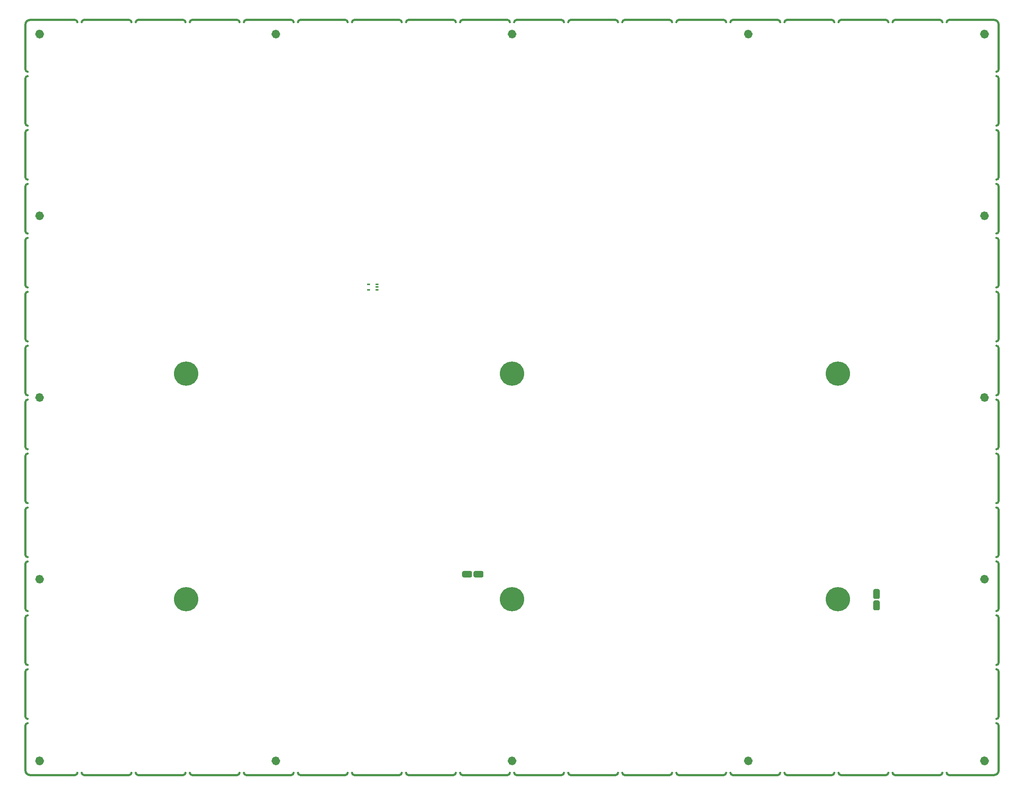
<source format=gtp>
G04 #@! TF.GenerationSoftware,KiCad,Pcbnew,7.0.7-7.0.7~ubuntu23.04.1*
G04 #@! TF.CreationDate,2023-09-10T12:56:42+00:00*
G04 #@! TF.ProjectId,stencil,7374656e-6369-46c2-9e6b-696361645f70,2.1.0*
G04 #@! TF.SameCoordinates,Original*
G04 #@! TF.FileFunction,Paste,Top*
G04 #@! TF.FilePolarity,Positive*
%FSLAX46Y46*%
G04 Gerber Fmt 4.6, Leading zero omitted, Abs format (unit mm)*
G04 Created by KiCad (PCBNEW 7.0.7-7.0.7~ubuntu23.04.1) date 2023-09-10 12:56:42*
%MOMM*%
%LPD*%
G01*
G04 APERTURE LIST*
G04 Aperture macros list*
%AMRoundRect*
0 Rectangle with rounded corners*
0 $1 Rounding radius*
0 $2 $3 $4 $5 $6 $7 $8 $9 X,Y pos of 4 corners*
0 Add a 4 corners polygon primitive as box body*
4,1,4,$2,$3,$4,$5,$6,$7,$8,$9,$2,$3,0*
0 Add four circle primitives for the rounded corners*
1,1,$1+$1,$2,$3*
1,1,$1+$1,$4,$5*
1,1,$1+$1,$6,$7*
1,1,$1+$1,$8,$9*
0 Add four rect primitives between the rounded corners*
20,1,$1+$1,$2,$3,$4,$5,0*
20,1,$1+$1,$4,$5,$6,$7,0*
20,1,$1+$1,$6,$7,$8,$9,0*
20,1,$1+$1,$8,$9,$2,$3,0*%
G04 Aperture macros list end*
%ADD10C,0.500000*%
%ADD11C,1.000000*%
%ADD12C,1.050000*%
%ADD13C,5.600000*%
%ADD14RoundRect,0.381000X-0.762000X-0.381000X0.762000X-0.381000X0.762000X0.381000X-0.762000X0.381000X0*%
%ADD15R,0.650000X0.400000*%
%ADD16RoundRect,0.381000X-0.381000X0.762000X-0.381000X-0.762000X0.381000X-0.762000X0.381000X0.762000X0*%
G04 APERTURE END LIST*
D10*
X196500000Y90285700D02*
G75*
G03*
X197000000Y90785716I0J500000D01*
G01*
X-26500000Y-22571423D02*
G75*
G03*
X-27000000Y-23071423I1J-500001D01*
G01*
X110888884Y139500016D02*
G75*
G03*
X110388884Y139000000I16J-500016D01*
G01*
X196500000Y65428600D02*
G75*
G03*
X197000000Y65928574I0J500000D01*
G01*
X196500000Y127571400D02*
G75*
G03*
X197000000Y128071429I0J500000D01*
G01*
X11333332Y-34500000D02*
X21777776Y-34500000D01*
X73555552Y139500000D02*
X83999996Y139500000D01*
X173111104Y139499996D02*
G75*
G03*
X172611104Y139000000I-4J-499996D01*
G01*
X-27000000Y138500000D02*
X-27000000Y128071429D01*
X-1111112Y139500012D02*
G75*
G03*
X-1611112Y139000000I12J-500012D01*
G01*
X-1611100Y-34000000D02*
G75*
G03*
X-1111112Y-34500000I500000J0D01*
G01*
X160666660Y139500040D02*
G75*
G03*
X160166660Y139000000I40J-500040D01*
G01*
X-27000000Y3785719D02*
G75*
G03*
X-26500000Y3285719I500001J1D01*
G01*
X71555552Y-34499952D02*
G75*
G03*
X72055552Y-34000000I48J499952D01*
G01*
X196999987Y101214287D02*
G75*
G03*
X196500000Y101714287I-499987J13D01*
G01*
X110888884Y139500000D02*
X121333328Y139500000D01*
X-27000000Y126071429D02*
X-27000000Y115642858D01*
X-27000000Y-33500000D02*
G75*
G03*
X-26000000Y-34500000I999999J-1D01*
G01*
X61111108Y-34500000D02*
X71555552Y-34500000D01*
X197000000Y88785716D02*
X197000000Y78357145D01*
X196500000Y115142900D02*
G75*
G03*
X197000000Y115642858I0J500000D01*
G01*
X173111104Y-34500000D02*
X183555548Y-34500000D01*
D11*
X194250000Y10625000D02*
G75*
G03*
X194250000Y10625000I-500000J0D01*
G01*
D10*
X-27000000Y16214290D02*
G75*
G03*
X-26500000Y15714290I500001J1D01*
G01*
X135777772Y-34500000D02*
X146222216Y-34500000D01*
X-27000000Y-23071423D02*
X-27000000Y-33499994D01*
D11*
X31125000Y136250000D02*
G75*
G03*
X31125000Y136250000I-500000J0D01*
G01*
D10*
X197000000Y39071432D02*
X197000000Y28642861D01*
X-14055550Y-34000000D02*
G75*
G03*
X-13555556Y-34500000I500000J0D01*
G01*
X47166700Y139000000D02*
G75*
G03*
X46666664Y139500000I-500000J0D01*
G01*
D11*
X139875000Y136250000D02*
G75*
G03*
X139875000Y136250000I-500000J0D01*
G01*
D10*
X160666660Y139500000D02*
X171111104Y139500000D01*
X-27000000Y39071432D02*
X-27000000Y28642861D01*
X-13555556Y139500000D02*
X-3111112Y139500000D01*
X196999958Y113642858D02*
G75*
G03*
X196500000Y114142858I-499958J42D01*
G01*
X48666664Y139500000D02*
X59111108Y139500000D01*
X196999990Y14214290D02*
G75*
G03*
X196500000Y14714290I-499990J10D01*
G01*
X109388900Y139000000D02*
G75*
G03*
X108888884Y139500000I-500000J0D01*
G01*
X97944400Y-34000000D02*
G75*
G03*
X98444440Y-34500000I500000J0D01*
G01*
X197000045Y76357145D02*
G75*
G03*
X196500000Y76857145I-500045J-45D01*
G01*
X23777776Y139500024D02*
G75*
G03*
X23277776Y139000000I24J-500024D01*
G01*
X197000032Y39071432D02*
G75*
G03*
X196500000Y39571432I-500032J-32D01*
G01*
X197000000Y26642861D02*
X197000000Y16214290D01*
X196500000Y-9142900D02*
G75*
G03*
X197000000Y-8642852I0J500000D01*
G01*
X196500000Y77857100D02*
G75*
G03*
X197000000Y78357145I0J500000D01*
G01*
X-26500000Y27142861D02*
G75*
G03*
X-27000000Y26642861I1J-500001D01*
G01*
X196999961Y26642861D02*
G75*
G03*
X196500000Y27142861I-499961J39D01*
G01*
X85999996Y139500004D02*
G75*
G03*
X85499996Y139000000I4J-500004D01*
G01*
D11*
X-23250000Y10625000D02*
G75*
G03*
X-23250000Y10625000I-500000J0D01*
G01*
D10*
X123333328Y139500000D02*
X133777772Y139500000D01*
X135277800Y-34000000D02*
G75*
G03*
X135777772Y-34500000I500000J0D01*
G01*
X-15555556Y-34500004D02*
G75*
G03*
X-15055556Y-34000000I-4J500004D01*
G01*
D11*
X85500000Y136250000D02*
G75*
G03*
X85500000Y136250000I-500000J0D01*
G01*
D10*
X110888884Y-34500000D02*
X121333328Y-34500000D01*
X59111108Y-34500008D02*
G75*
G03*
X59611108Y-34000000I-8J500008D01*
G01*
X122833300Y-34000000D02*
G75*
G03*
X123333328Y-34500000I500000J0D01*
G01*
X197000000Y126071429D02*
X197000000Y115642858D01*
X197000000Y113642858D02*
X197000000Y103214287D01*
X196500000Y15714300D02*
G75*
G03*
X197000000Y16214290I0J500000D01*
G01*
X-13555556Y139500006D02*
G75*
G03*
X-14055556Y139000000I6J-500006D01*
G01*
X-27000000Y14214290D02*
X-27000000Y3785719D01*
X197000048Y-10642852D02*
G75*
G03*
X196500000Y-10142852I-500048J-48D01*
G01*
D12*
X-23225000Y-31250000D02*
G75*
G03*
X-23225000Y-31250000I-525000J0D01*
G01*
X-23225000Y136250000D02*
G75*
G03*
X-23225000Y136250000I-525000J0D01*
G01*
D10*
X123333328Y139499972D02*
G75*
G03*
X122833328Y139000000I-28J-499972D01*
G01*
X184055500Y139000000D02*
G75*
G03*
X183555548Y139500000I-500000J0D01*
G01*
X185555548Y-34500000D02*
X195999992Y-34500000D01*
X-27000000Y128071429D02*
G75*
G03*
X-26500000Y127571429I500001J1D01*
G01*
X197000000Y138500000D02*
G75*
G03*
X196000000Y139500000I-1000000J0D01*
G01*
X197000000Y63928574D02*
X197000000Y53500003D01*
X-26000000Y139500000D02*
G75*
G03*
X-27000000Y138500000I-1J-999999D01*
G01*
X197000016Y88785716D02*
G75*
G03*
X196500000Y89285716I-500016J-16D01*
G01*
X73555552Y139500048D02*
G75*
G03*
X73055552Y139000000I48J-500048D01*
G01*
X196999974Y63928574D02*
G75*
G03*
X196500000Y64428574I-499974J26D01*
G01*
X-27000000Y28642861D02*
G75*
G03*
X-26500000Y28142861I500001J1D01*
G01*
X-27000000Y1785719D02*
X-27000000Y-8642852D01*
X121333328Y-34500028D02*
G75*
G03*
X121833328Y-34000000I-28J500028D01*
G01*
X-26500000Y52000003D02*
G75*
G03*
X-27000000Y51500003I1J-500001D01*
G01*
X-27000000Y101214287D02*
X-27000000Y90785716D01*
X108888884Y-34499984D02*
G75*
G03*
X109388884Y-34000000I16J499984D01*
G01*
X23277800Y-34000000D02*
G75*
G03*
X23777776Y-34500000I500000J0D01*
G01*
X197000000Y101214287D02*
X197000000Y90785716D01*
X148222216Y-34500000D02*
X158666660Y-34500000D01*
X-26500000Y14714290D02*
G75*
G03*
X-27000000Y14214290I1J-500001D01*
G01*
X121833300Y139000000D02*
G75*
G03*
X121333328Y139500000I-500000J0D01*
G01*
X-26500000Y39571432D02*
G75*
G03*
X-27000000Y39071432I1J-500001D01*
G01*
X-15055560Y139000000D02*
G75*
G03*
X-15555556Y139500000I-500000J0D01*
G01*
X196999977Y-23071423D02*
G75*
G03*
X196500000Y-22571423I-499977J23D01*
G01*
X197000000Y-23071423D02*
X197000000Y-33499994D01*
X146222216Y-34500016D02*
G75*
G03*
X146722216Y-34000000I-16J500016D01*
G01*
X21777776Y-34499976D02*
G75*
G03*
X22277776Y-34000000I24J499976D01*
G01*
X148222216Y139500000D02*
X158666660Y139500000D01*
X-27000000Y26642861D02*
X-27000000Y16214290D01*
X34722200Y139000000D02*
G75*
G03*
X34222220Y139500000I-500000J0D01*
G01*
X9333332Y-34500032D02*
G75*
G03*
X9833332Y-34000000I-32J500032D01*
G01*
X22277800Y139000000D02*
G75*
G03*
X21777776Y139500000I-500000J0D01*
G01*
X172611100Y-34000000D02*
G75*
G03*
X173111104Y-34500000I500000J0D01*
G01*
X-26500000Y114142858D02*
G75*
G03*
X-27000000Y113642858I1J-500001D01*
G01*
X23777776Y139500000D02*
X34222220Y139500000D01*
X197000000Y14214290D02*
X197000000Y3785719D01*
X196500000Y53000000D02*
G75*
G03*
X197000000Y53500003I0J500000D01*
G01*
X197000000Y1785719D02*
X197000000Y-8642852D01*
X-27000000Y-8642852D02*
G75*
G03*
X-26500000Y-9142852I500001J1D01*
G01*
X11333332Y139500000D02*
X21777776Y139500000D01*
X-26500000Y-10142852D02*
G75*
G03*
X-27000000Y-10642852I1J-500001D01*
G01*
X196500000Y40571400D02*
G75*
G03*
X197000000Y41071432I0J500000D01*
G01*
X-26000000Y139500000D02*
X-15555556Y139500000D01*
X197000000Y76357145D02*
X197000000Y65928574D01*
X96944400Y139000000D02*
G75*
G03*
X96444440Y139500000I-500000J0D01*
G01*
X72055600Y139000000D02*
G75*
G03*
X71555552Y139500000I-500000J0D01*
G01*
X73055600Y-34000000D02*
G75*
G03*
X73555552Y-34500000I500000J0D01*
G01*
X-27000000Y65928574D02*
G75*
G03*
X-26500000Y65428574I500001J1D01*
G01*
X10833300Y-34000000D02*
G75*
G03*
X11333332Y-34500000I500000J0D01*
G01*
X171611100Y139000000D02*
G75*
G03*
X171111104Y139500000I-500000J0D01*
G01*
X-1111112Y139500000D02*
X9333332Y139500000D01*
X60611100Y-34000000D02*
G75*
G03*
X61111108Y-34500000I500000J0D01*
G01*
X147722200Y-34000000D02*
G75*
G03*
X148222216Y-34500000I500000J0D01*
G01*
X185055500Y-34000000D02*
G75*
G03*
X185555548Y-34500000I500000J0D01*
G01*
X-26500000Y76857145D02*
G75*
G03*
X-27000000Y76357145I1J-500001D01*
G01*
X48666664Y139500036D02*
G75*
G03*
X48166664Y139000000I36J-500036D01*
G01*
X197000000Y138500000D02*
X197000000Y128071429D01*
X197000000Y51500003D02*
X197000000Y41071432D01*
X-3111112Y-34499988D02*
G75*
G03*
X-2611112Y-34000000I12J499988D01*
G01*
X-27000000Y113642858D02*
X-27000000Y103214287D01*
X48166700Y-34000000D02*
G75*
G03*
X48666664Y-34500000I500000J0D01*
G01*
X196500000Y28142900D02*
G75*
G03*
X197000000Y28642861I0J500000D01*
G01*
X-2611100Y139000000D02*
G75*
G03*
X-3111112Y139500000I-500000J0D01*
G01*
X135777772Y139500000D02*
X146222216Y139500000D01*
D11*
X194250000Y52500000D02*
G75*
G03*
X194250000Y52500000I-500000J0D01*
G01*
D10*
X-27000000Y41071432D02*
G75*
G03*
X-26500000Y40571432I500001J1D01*
G01*
X196500000Y3285700D02*
G75*
G03*
X197000000Y3785719I0J500000D01*
G01*
X-27000000Y88785716D02*
X-27000000Y78357145D01*
X46666664Y-34499964D02*
G75*
G03*
X47166664Y-34000000I36J499964D01*
G01*
X48666664Y-34500000D02*
X59111108Y-34500000D01*
X-27000000Y63928574D02*
X-27000000Y53500003D01*
X35722200Y-34000000D02*
G75*
G03*
X36222220Y-34500000I500000J0D01*
G01*
D11*
X31125000Y-31250000D02*
G75*
G03*
X31125000Y-31250000I-500000J0D01*
G01*
D10*
X-1111112Y-34500000D02*
X9333332Y-34500000D01*
X73555552Y-34500000D02*
X83999996Y-34500000D01*
X34222220Y-34500020D02*
G75*
G03*
X34722220Y-34000000I-20J500020D01*
G01*
X196000000Y-34500000D02*
G75*
G03*
X197000000Y-33500000I0J1000000D01*
G01*
D11*
X-23250000Y52500000D02*
G75*
G03*
X-23250000Y52500000I-500000J0D01*
G01*
D10*
X183555548Y-34500048D02*
G75*
G03*
X184055548Y-34000000I-48J500048D01*
G01*
X-27000000Y-10642852D02*
X-27000000Y-21071423D01*
X36222220Y-34500000D02*
X46666664Y-34500000D01*
X123333328Y-34500000D02*
X133777772Y-34500000D01*
X185555548Y139499952D02*
G75*
G03*
X185055548Y139000000I-48J-499952D01*
G01*
X-13555556Y-34500000D02*
X-3111112Y-34500000D01*
X160166700Y-34000000D02*
G75*
G03*
X160666660Y-34500000I500000J0D01*
G01*
X197000003Y51500003D02*
G75*
G03*
X196500000Y52000003I-500003J-3D01*
G01*
X23777776Y-34500000D02*
X34222220Y-34500000D01*
X197000019Y1785719D02*
G75*
G03*
X196500000Y2285719I-500019J-19D01*
G01*
X-27000000Y78357145D02*
G75*
G03*
X-26500000Y77857145I500001J1D01*
G01*
X134277800Y139000000D02*
G75*
G03*
X133777772Y139500000I-500000J0D01*
G01*
X197000000Y-10642852D02*
X197000000Y-21071423D01*
X-27000000Y53500003D02*
G75*
G03*
X-26500000Y53000003I500001J1D01*
G01*
X98444440Y139500000D02*
X108888884Y139500000D01*
X83999996Y-34499996D02*
G75*
G03*
X84499996Y-34000000I4J499996D01*
G01*
X85999996Y139500000D02*
X96444440Y139500000D01*
X158666660Y-34499960D02*
G75*
G03*
X159166660Y-34000000I40J499960D01*
G01*
X-26500000Y101714287D02*
G75*
G03*
X-27000000Y101214287I1J-500001D01*
G01*
D11*
X194250000Y94375000D02*
G75*
G03*
X194250000Y94375000I-500000J0D01*
G01*
D10*
X-27000000Y90785716D02*
G75*
G03*
X-26500000Y90285716I500001J1D01*
G01*
X-26500000Y64428574D02*
G75*
G03*
X-27000000Y63928574I1J-500001D01*
G01*
D11*
X85500000Y-31250000D02*
G75*
G03*
X85500000Y-31250000I-500000J0D01*
G01*
D10*
X98444440Y139499960D02*
G75*
G03*
X97944440Y139000000I-40J-499960D01*
G01*
X-27000000Y-21071423D02*
G75*
G03*
X-26500000Y-21571423I500001J1D01*
G01*
X61111108Y139500000D02*
X71555552Y139500000D01*
X84500000Y139000000D02*
G75*
G03*
X83999996Y139500000I-500000J0D01*
G01*
X160666660Y-34500000D02*
X171111104Y-34500000D01*
X96444440Y-34500040D02*
G75*
G03*
X96944440Y-34000000I-40J500040D01*
G01*
X61111108Y139499992D02*
G75*
G03*
X60611108Y139000000I-8J-499992D01*
G01*
X159166700Y139000000D02*
G75*
G03*
X158666660Y139500000I-500000J0D01*
G01*
X9833300Y139000000D02*
G75*
G03*
X9333332Y139500000I-500000J0D01*
G01*
X-26500000Y89285716D02*
G75*
G03*
X-27000000Y88785716I1J-500001D01*
G01*
X110388900Y-34000000D02*
G75*
G03*
X110888884Y-34500000I500000J0D01*
G01*
D11*
X139875000Y-31250000D02*
G75*
G03*
X139875000Y-31250000I-500000J0D01*
G01*
D10*
X197000029Y126071429D02*
G75*
G03*
X196500000Y126571429I-500029J-29D01*
G01*
D12*
X194275000Y136250000D02*
G75*
G03*
X194275000Y136250000I-525000J0D01*
G01*
D10*
X-26000000Y-34500000D02*
X-15555556Y-34500000D01*
D12*
X194275000Y-31250000D02*
G75*
G03*
X194275000Y-31250000I-525000J0D01*
G01*
D10*
X98444440Y-34500000D02*
X108888884Y-34500000D01*
X-26500000Y126571429D02*
G75*
G03*
X-27000000Y126071429I1J-500001D01*
G01*
X135777772Y139500028D02*
G75*
G03*
X135277772Y139000000I28J-500028D01*
G01*
X185555548Y139500000D02*
X195999992Y139500000D01*
X171111104Y-34500004D02*
G75*
G03*
X171611104Y-34000000I-4J500004D01*
G01*
X59611100Y139000000D02*
G75*
G03*
X59111108Y139500000I-500000J0D01*
G01*
X148222216Y139499984D02*
G75*
G03*
X147722216Y139000000I-16J-499984D01*
G01*
X85999996Y-34500000D02*
X96444440Y-34500000D01*
X11333332Y139499968D02*
G75*
G03*
X10833332Y139000000I-32J-499968D01*
G01*
D11*
X-23250000Y94375000D02*
G75*
G03*
X-23250000Y94375000I-500000J0D01*
G01*
D10*
X196500000Y-21571400D02*
G75*
G03*
X197000000Y-21071423I0J500000D01*
G01*
X133777772Y-34499972D02*
G75*
G03*
X134277772Y-34000000I28J499972D01*
G01*
X173111104Y139500000D02*
X183555548Y139500000D01*
X36222220Y139499980D02*
G75*
G03*
X35722220Y139000000I-20J-499980D01*
G01*
X-26500000Y2285719D02*
G75*
G03*
X-27000000Y1785719I1J-500001D01*
G01*
X-27000000Y51500003D02*
X-27000000Y41071432D01*
X-27000000Y115642858D02*
G75*
G03*
X-26500000Y115142858I500001J1D01*
G01*
X36222220Y139500000D02*
X46666664Y139500000D01*
X196500000Y102714300D02*
G75*
G03*
X197000000Y103214287I0J500000D01*
G01*
X146722200Y139000000D02*
G75*
G03*
X146222216Y139500000I-500000J0D01*
G01*
X-27000000Y76357145D02*
X-27000000Y65928574D01*
X-27000000Y103214287D02*
G75*
G03*
X-26500000Y102714287I500001J1D01*
G01*
X85500000Y-34000000D02*
G75*
G03*
X85999996Y-34500000I500000J0D01*
G01*
D13*
G04 #@! TO.C,H4*
X10000000Y6000000D03*
G04 #@! TD*
G04 #@! TO.C,H2*
X85000000Y58000000D03*
G04 #@! TD*
G04 #@! TO.C,H1*
X10000000Y58000000D03*
G04 #@! TD*
D14*
G04 #@! TO.C,F4*
X74670000Y11800000D03*
X77270000Y11800000D03*
G04 #@! TD*
D13*
G04 #@! TO.C,H3*
X160000000Y58000000D03*
G04 #@! TD*
G04 #@! TO.C,H5*
X85000000Y6000000D03*
G04 #@! TD*
G04 #@! TO.C,H6*
X160000000Y6000000D03*
G04 #@! TD*
D15*
G04 #@! TO.C,U3*
X53900000Y77300000D03*
X53900000Y77950000D03*
X53900000Y78600000D03*
X52000000Y78600000D03*
X52000000Y77300000D03*
G04 #@! TD*
D16*
G04 #@! TO.C,F5*
X168930000Y7194000D03*
X168930000Y4594000D03*
G04 #@! TD*
M02*

</source>
